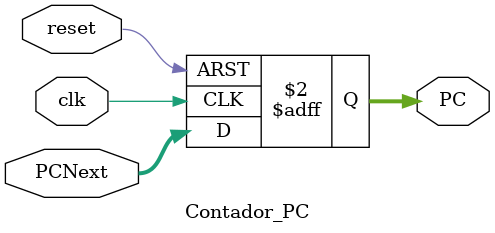
<source format=v>
`timescale 1ns / 1ps

module Contador_PC(            // Módulo Contador_PC: implementa el contador de programa (PC).
    input clk,                 // Entrada de reloj para sincronizar las operaciones.
    input reset,               // Señal de reset para reiniciar el contador de programa.
    input [31:0] PCNext,       // Valor del próximo PC (calculado en el datapath o unidad de control).
    output reg [31:0] PC       // Salida del valor actual del PC (dirección de la instrucción actual).
);

    always @(posedge clk or posedge reset) begin // Bloque siempre activado en flanco positivo de reloj o señal de reset.
        if (reset)                               // Si se activa la señal de reset:
            PC <= 32'b0;                         // Reiniciar el PC a 0 (inicio del programa).
        else                                     // En cada flanco positivo del reloj, si no hay reset:
            PC <= PCNext;                        // Actualizar el PC con el valor de PCNext (la siguiente dirección de instrucción).
    end
endmodule                                        // Fin del módulo Contador_PC.

</source>
